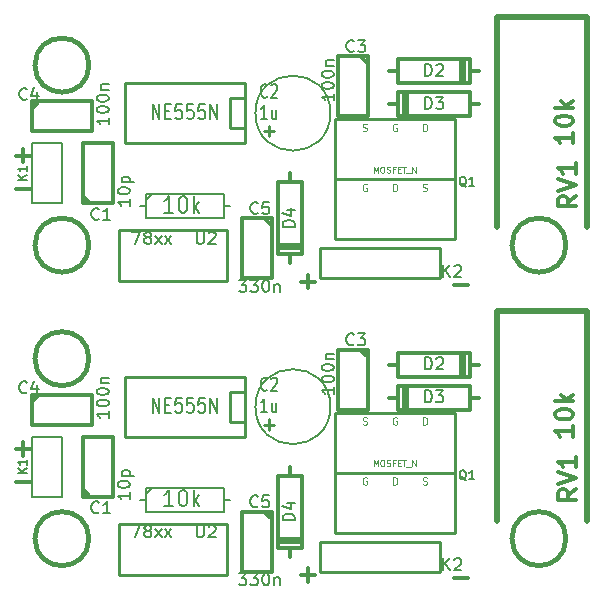
<source format=gto>
G04 (created by PCBNEW (2013-june-11)-stable) date Tue 09 Dec 2014 10:34:20 PM EST*
%MOIN*%
G04 Gerber Fmt 3.4, Leading zero omitted, Abs format*
%FSLAX34Y34*%
G01*
G70*
G90*
G04 APERTURE LIST*
%ADD10C,0.00590551*%
%ADD11C,0.011811*%
%ADD12C,0.01*%
%ADD13C,0.02*%
%ADD14C,0.012*%
%ADD15C,0.008*%
%ADD16C,0.015*%
%ADD17C,0.006*%
%ADD18C,0.005*%
%ADD19C,0.004*%
%ADD20C,0.002*%
%ADD21C,0.01125*%
G04 APERTURE END LIST*
G54D10*
G54D11*
X22775Y-17014D02*
X23224Y-17014D01*
X17675Y-16914D02*
X18124Y-16914D01*
X17900Y-17139D02*
X17900Y-16689D01*
X8175Y-13814D02*
X8624Y-13814D01*
X8175Y-12714D02*
X8624Y-12714D01*
X8400Y-12939D02*
X8400Y-12489D01*
X22775Y-26797D02*
X23224Y-26797D01*
X17675Y-26697D02*
X18124Y-26697D01*
X17900Y-26922D02*
X17900Y-26472D01*
X8175Y-23597D02*
X8624Y-23597D01*
X8175Y-22497D02*
X8624Y-22497D01*
X8400Y-22722D02*
X8400Y-22272D01*
G54D12*
X18800Y-13500D02*
X18800Y-15500D01*
X18800Y-15500D02*
X22800Y-15500D01*
X22800Y-15500D02*
X22800Y-13500D01*
X22800Y-11500D02*
X22800Y-13500D01*
X22800Y-13500D02*
X18800Y-13500D01*
X18800Y-13500D02*
X18800Y-11500D01*
X18800Y-11500D02*
X22800Y-11500D01*
X22300Y-16800D02*
X18300Y-16800D01*
X22300Y-15800D02*
X18300Y-15800D01*
X18300Y-15800D02*
X18300Y-16800D01*
X22300Y-16800D02*
X22300Y-15800D01*
G54D13*
X27200Y-8100D02*
X27200Y-15100D01*
X24200Y-8100D02*
X24200Y-15100D01*
X24200Y-8100D02*
X27200Y-8100D01*
G54D12*
X11600Y-15200D02*
X15200Y-15200D01*
X15200Y-15200D02*
X15200Y-16900D01*
X15200Y-16900D02*
X11600Y-16900D01*
X11600Y-16900D02*
X11600Y-15200D01*
X15800Y-11800D02*
X15300Y-11800D01*
X15300Y-11800D02*
X15300Y-10800D01*
X15300Y-10800D02*
X15800Y-10800D01*
X15800Y-12300D02*
X11800Y-12300D01*
X11800Y-12300D02*
X11800Y-10300D01*
X11800Y-10300D02*
X15800Y-10300D01*
X15800Y-10300D02*
X15800Y-12300D01*
G54D14*
X23600Y-9900D02*
X23300Y-9900D01*
X23300Y-9900D02*
X23300Y-9500D01*
X23300Y-9500D02*
X20900Y-9500D01*
X20900Y-9500D02*
X20900Y-9900D01*
X20900Y-9900D02*
X20600Y-9900D01*
X20900Y-9900D02*
X20900Y-10300D01*
X20900Y-10300D02*
X23300Y-10300D01*
X23300Y-10300D02*
X23300Y-9900D01*
X23100Y-9500D02*
X23100Y-10300D01*
X23000Y-10300D02*
X23000Y-9500D01*
X20600Y-11000D02*
X20900Y-11000D01*
X20900Y-11000D02*
X20900Y-11400D01*
X20900Y-11400D02*
X23300Y-11400D01*
X23300Y-11400D02*
X23300Y-11000D01*
X23300Y-11000D02*
X23600Y-11000D01*
X23300Y-11000D02*
X23300Y-10600D01*
X23300Y-10600D02*
X20900Y-10600D01*
X20900Y-10600D02*
X20900Y-11000D01*
X21100Y-11400D02*
X21100Y-10600D01*
X21200Y-10600D02*
X21200Y-11400D01*
X10400Y-14280D02*
X10400Y-12300D01*
X10400Y-12300D02*
X11400Y-12300D01*
X11400Y-12300D02*
X11400Y-14300D01*
X11400Y-14300D02*
X10400Y-14300D01*
X10650Y-14300D02*
X10400Y-14050D01*
X19900Y-9420D02*
X19900Y-11400D01*
X19900Y-11400D02*
X18900Y-11400D01*
X18900Y-11400D02*
X18900Y-9400D01*
X18900Y-9400D02*
X19900Y-9400D01*
X19650Y-9400D02*
X19900Y-9650D01*
G54D15*
X12300Y-14400D02*
X12500Y-14400D01*
X15300Y-14400D02*
X15100Y-14400D01*
X15100Y-14400D02*
X15100Y-14000D01*
X15100Y-14000D02*
X12500Y-14000D01*
X12500Y-14000D02*
X12500Y-14800D01*
X12500Y-14800D02*
X15100Y-14800D01*
X15100Y-14800D02*
X15100Y-14400D01*
X12500Y-14200D02*
X12700Y-14000D01*
G54D14*
X17300Y-16300D02*
X17300Y-16000D01*
X17300Y-16000D02*
X17700Y-16000D01*
X17700Y-16000D02*
X17700Y-13600D01*
X17700Y-13600D02*
X17300Y-13600D01*
X17300Y-13600D02*
X17300Y-13300D01*
X17300Y-13600D02*
X16900Y-13600D01*
X16900Y-13600D02*
X16900Y-16000D01*
X16900Y-16000D02*
X17300Y-16000D01*
X17700Y-15800D02*
X16900Y-15800D01*
X16900Y-15700D02*
X17700Y-15700D01*
X8720Y-10900D02*
X10700Y-10900D01*
X10700Y-10900D02*
X10700Y-11900D01*
X10700Y-11900D02*
X8700Y-11900D01*
X8700Y-11900D02*
X8700Y-10900D01*
X8700Y-11150D02*
X8950Y-10900D01*
G54D16*
X10600Y-9700D02*
G75*
G03X10600Y-9700I-900J0D01*
G74*
G01*
G54D17*
X8700Y-12300D02*
X9700Y-12300D01*
X9700Y-12300D02*
X9700Y-14300D01*
X9700Y-14300D02*
X8700Y-14300D01*
X8700Y-14300D02*
X8700Y-12300D01*
G54D16*
X26500Y-15700D02*
G75*
G03X26500Y-15700I-900J0D01*
G74*
G01*
X10600Y-15700D02*
G75*
G03X10600Y-15700I-900J0D01*
G74*
G01*
G54D18*
X18650Y-11300D02*
G75*
G03X18650Y-11300I-1250J0D01*
G74*
G01*
G54D14*
X16700Y-14820D02*
X16700Y-16800D01*
X16700Y-16800D02*
X15700Y-16800D01*
X15700Y-16800D02*
X15700Y-14800D01*
X15700Y-14800D02*
X16700Y-14800D01*
X16450Y-14800D02*
X16700Y-15050D01*
G54D12*
X18800Y-23283D02*
X18800Y-25283D01*
X18800Y-25283D02*
X22800Y-25283D01*
X22800Y-25283D02*
X22800Y-23283D01*
X22800Y-21283D02*
X22800Y-23283D01*
X22800Y-23283D02*
X18800Y-23283D01*
X18800Y-23283D02*
X18800Y-21283D01*
X18800Y-21283D02*
X22800Y-21283D01*
X22300Y-26583D02*
X18300Y-26583D01*
X22300Y-25583D02*
X18300Y-25583D01*
X18300Y-25583D02*
X18300Y-26583D01*
X22300Y-26583D02*
X22300Y-25583D01*
G54D13*
X27200Y-17883D02*
X27200Y-24883D01*
X24200Y-17883D02*
X24200Y-24883D01*
X24200Y-17883D02*
X27200Y-17883D01*
G54D12*
X11600Y-24983D02*
X15200Y-24983D01*
X15200Y-24983D02*
X15200Y-26683D01*
X15200Y-26683D02*
X11600Y-26683D01*
X11600Y-26683D02*
X11600Y-24983D01*
X15800Y-21583D02*
X15300Y-21583D01*
X15300Y-21583D02*
X15300Y-20583D01*
X15300Y-20583D02*
X15800Y-20583D01*
X15800Y-22083D02*
X11800Y-22083D01*
X11800Y-22083D02*
X11800Y-20083D01*
X11800Y-20083D02*
X15800Y-20083D01*
X15800Y-20083D02*
X15800Y-22083D01*
G54D14*
X23600Y-19683D02*
X23300Y-19683D01*
X23300Y-19683D02*
X23300Y-19283D01*
X23300Y-19283D02*
X20900Y-19283D01*
X20900Y-19283D02*
X20900Y-19683D01*
X20900Y-19683D02*
X20600Y-19683D01*
X20900Y-19683D02*
X20900Y-20083D01*
X20900Y-20083D02*
X23300Y-20083D01*
X23300Y-20083D02*
X23300Y-19683D01*
X23100Y-19283D02*
X23100Y-20083D01*
X23000Y-20083D02*
X23000Y-19283D01*
X20600Y-20783D02*
X20900Y-20783D01*
X20900Y-20783D02*
X20900Y-21183D01*
X20900Y-21183D02*
X23300Y-21183D01*
X23300Y-21183D02*
X23300Y-20783D01*
X23300Y-20783D02*
X23600Y-20783D01*
X23300Y-20783D02*
X23300Y-20383D01*
X23300Y-20383D02*
X20900Y-20383D01*
X20900Y-20383D02*
X20900Y-20783D01*
X21100Y-21183D02*
X21100Y-20383D01*
X21200Y-20383D02*
X21200Y-21183D01*
X10400Y-24063D02*
X10400Y-22083D01*
X10400Y-22083D02*
X11400Y-22083D01*
X11400Y-22083D02*
X11400Y-24083D01*
X11400Y-24083D02*
X10400Y-24083D01*
X10650Y-24083D02*
X10400Y-23833D01*
X19900Y-19203D02*
X19900Y-21183D01*
X19900Y-21183D02*
X18900Y-21183D01*
X18900Y-21183D02*
X18900Y-19183D01*
X18900Y-19183D02*
X19900Y-19183D01*
X19650Y-19183D02*
X19900Y-19433D01*
G54D15*
X12300Y-24183D02*
X12500Y-24183D01*
X15300Y-24183D02*
X15100Y-24183D01*
X15100Y-24183D02*
X15100Y-23783D01*
X15100Y-23783D02*
X12500Y-23783D01*
X12500Y-23783D02*
X12500Y-24583D01*
X12500Y-24583D02*
X15100Y-24583D01*
X15100Y-24583D02*
X15100Y-24183D01*
X12500Y-23983D02*
X12700Y-23783D01*
G54D14*
X17300Y-26083D02*
X17300Y-25783D01*
X17300Y-25783D02*
X17700Y-25783D01*
X17700Y-25783D02*
X17700Y-23383D01*
X17700Y-23383D02*
X17300Y-23383D01*
X17300Y-23383D02*
X17300Y-23083D01*
X17300Y-23383D02*
X16900Y-23383D01*
X16900Y-23383D02*
X16900Y-25783D01*
X16900Y-25783D02*
X17300Y-25783D01*
X17700Y-25583D02*
X16900Y-25583D01*
X16900Y-25483D02*
X17700Y-25483D01*
X8720Y-20683D02*
X10700Y-20683D01*
X10700Y-20683D02*
X10700Y-21683D01*
X10700Y-21683D02*
X8700Y-21683D01*
X8700Y-21683D02*
X8700Y-20683D01*
X8700Y-20933D02*
X8950Y-20683D01*
G54D16*
X10600Y-19483D02*
G75*
G03X10600Y-19483I-900J0D01*
G74*
G01*
G54D17*
X8700Y-22083D02*
X9700Y-22083D01*
X9700Y-22083D02*
X9700Y-24083D01*
X9700Y-24083D02*
X8700Y-24083D01*
X8700Y-24083D02*
X8700Y-22083D01*
G54D16*
X26500Y-25483D02*
G75*
G03X26500Y-25483I-900J0D01*
G74*
G01*
X10600Y-25483D02*
G75*
G03X10600Y-25483I-900J0D01*
G74*
G01*
G54D18*
X18650Y-21083D02*
G75*
G03X18650Y-21083I-1250J0D01*
G74*
G01*
G54D14*
X16700Y-24603D02*
X16700Y-26583D01*
X16700Y-26583D02*
X15700Y-26583D01*
X15700Y-26583D02*
X15700Y-24583D01*
X15700Y-24583D02*
X16700Y-24583D01*
X16450Y-24583D02*
X16700Y-24833D01*
G54D17*
X23171Y-13750D02*
X23142Y-13735D01*
X23114Y-13707D01*
X23071Y-13664D01*
X23042Y-13650D01*
X23014Y-13650D01*
X23028Y-13721D02*
X23000Y-13707D01*
X22971Y-13678D01*
X22957Y-13621D01*
X22957Y-13521D01*
X22971Y-13464D01*
X23000Y-13435D01*
X23028Y-13421D01*
X23085Y-13421D01*
X23114Y-13435D01*
X23142Y-13464D01*
X23157Y-13521D01*
X23157Y-13621D01*
X23142Y-13678D01*
X23114Y-13707D01*
X23085Y-13721D01*
X23028Y-13721D01*
X23442Y-13721D02*
X23271Y-13721D01*
X23357Y-13721D02*
X23357Y-13421D01*
X23328Y-13464D01*
X23300Y-13492D01*
X23271Y-13507D01*
G54D19*
X20100Y-13280D02*
X20100Y-13080D01*
X20166Y-13223D01*
X20233Y-13080D01*
X20233Y-13280D01*
X20366Y-13080D02*
X20404Y-13080D01*
X20423Y-13090D01*
X20442Y-13109D01*
X20452Y-13147D01*
X20452Y-13214D01*
X20442Y-13252D01*
X20423Y-13271D01*
X20404Y-13280D01*
X20366Y-13280D01*
X20347Y-13271D01*
X20328Y-13252D01*
X20319Y-13214D01*
X20319Y-13147D01*
X20328Y-13109D01*
X20347Y-13090D01*
X20366Y-13080D01*
X20528Y-13271D02*
X20557Y-13280D01*
X20604Y-13280D01*
X20623Y-13271D01*
X20633Y-13261D01*
X20642Y-13242D01*
X20642Y-13223D01*
X20633Y-13204D01*
X20623Y-13195D01*
X20604Y-13185D01*
X20566Y-13176D01*
X20547Y-13166D01*
X20538Y-13157D01*
X20528Y-13138D01*
X20528Y-13119D01*
X20538Y-13100D01*
X20547Y-13090D01*
X20566Y-13080D01*
X20614Y-13080D01*
X20642Y-13090D01*
X20795Y-13176D02*
X20728Y-13176D01*
X20728Y-13280D02*
X20728Y-13080D01*
X20823Y-13080D01*
X20900Y-13176D02*
X20966Y-13176D01*
X20995Y-13280D02*
X20900Y-13280D01*
X20900Y-13080D01*
X20995Y-13080D01*
X21052Y-13080D02*
X21166Y-13080D01*
X21109Y-13280D02*
X21109Y-13080D01*
X21185Y-13300D02*
X21338Y-13300D01*
X21385Y-13280D02*
X21385Y-13080D01*
X21500Y-13280D01*
X21500Y-13080D01*
G54D20*
X19865Y-13663D02*
X19841Y-13651D01*
X19805Y-13651D01*
X19770Y-13663D01*
X19746Y-13686D01*
X19734Y-13710D01*
X19722Y-13758D01*
X19722Y-13794D01*
X19734Y-13841D01*
X19746Y-13865D01*
X19770Y-13889D01*
X19805Y-13901D01*
X19829Y-13901D01*
X19865Y-13889D01*
X19877Y-13877D01*
X19877Y-13794D01*
X19829Y-13794D01*
X20734Y-13901D02*
X20734Y-13651D01*
X20794Y-13651D01*
X20829Y-13663D01*
X20853Y-13686D01*
X20865Y-13710D01*
X20877Y-13758D01*
X20877Y-13794D01*
X20865Y-13841D01*
X20853Y-13865D01*
X20829Y-13889D01*
X20794Y-13901D01*
X20734Y-13901D01*
X21728Y-13889D02*
X21764Y-13901D01*
X21823Y-13901D01*
X21847Y-13889D01*
X21859Y-13877D01*
X21871Y-13853D01*
X21871Y-13829D01*
X21859Y-13805D01*
X21847Y-13794D01*
X21823Y-13782D01*
X21776Y-13770D01*
X21752Y-13758D01*
X21740Y-13746D01*
X21728Y-13722D01*
X21728Y-13698D01*
X21740Y-13675D01*
X21752Y-13663D01*
X21776Y-13651D01*
X21835Y-13651D01*
X21871Y-13663D01*
X19728Y-11889D02*
X19764Y-11901D01*
X19823Y-11901D01*
X19847Y-11889D01*
X19859Y-11877D01*
X19871Y-11853D01*
X19871Y-11829D01*
X19859Y-11805D01*
X19847Y-11794D01*
X19823Y-11782D01*
X19776Y-11770D01*
X19752Y-11758D01*
X19740Y-11746D01*
X19728Y-11722D01*
X19728Y-11698D01*
X19740Y-11675D01*
X19752Y-11663D01*
X19776Y-11651D01*
X19835Y-11651D01*
X19871Y-11663D01*
X21734Y-11901D02*
X21734Y-11651D01*
X21794Y-11651D01*
X21829Y-11663D01*
X21853Y-11686D01*
X21865Y-11710D01*
X21877Y-11758D01*
X21877Y-11794D01*
X21865Y-11841D01*
X21853Y-11865D01*
X21829Y-11889D01*
X21794Y-11901D01*
X21734Y-11901D01*
X20865Y-11663D02*
X20841Y-11651D01*
X20805Y-11651D01*
X20770Y-11663D01*
X20746Y-11686D01*
X20734Y-11710D01*
X20722Y-11758D01*
X20722Y-11794D01*
X20734Y-11841D01*
X20746Y-11865D01*
X20770Y-11889D01*
X20805Y-11901D01*
X20829Y-11901D01*
X20865Y-11889D01*
X20877Y-11877D01*
X20877Y-11794D01*
X20829Y-11794D01*
G54D15*
X22404Y-16761D02*
X22404Y-16361D01*
X22633Y-16761D02*
X22461Y-16533D01*
X22633Y-16361D02*
X22404Y-16590D01*
X22785Y-16400D02*
X22804Y-16380D01*
X22842Y-16361D01*
X22938Y-16361D01*
X22976Y-16380D01*
X22995Y-16400D01*
X23014Y-16438D01*
X23014Y-16476D01*
X22995Y-16533D01*
X22766Y-16761D01*
X23014Y-16761D01*
G54D14*
X26842Y-14057D02*
X26557Y-14257D01*
X26842Y-14400D02*
X26242Y-14400D01*
X26242Y-14171D01*
X26271Y-14114D01*
X26300Y-14085D01*
X26357Y-14057D01*
X26442Y-14057D01*
X26500Y-14085D01*
X26528Y-14114D01*
X26557Y-14171D01*
X26557Y-14400D01*
X26242Y-13885D02*
X26842Y-13685D01*
X26242Y-13485D01*
X26842Y-12971D02*
X26842Y-13314D01*
X26842Y-13142D02*
X26242Y-13142D01*
X26328Y-13200D01*
X26385Y-13257D01*
X26414Y-13314D01*
X26742Y-11957D02*
X26742Y-12300D01*
X26742Y-12128D02*
X26142Y-12128D01*
X26228Y-12185D01*
X26285Y-12242D01*
X26314Y-12300D01*
X26142Y-11585D02*
X26142Y-11528D01*
X26171Y-11471D01*
X26200Y-11442D01*
X26257Y-11414D01*
X26371Y-11385D01*
X26514Y-11385D01*
X26628Y-11414D01*
X26685Y-11442D01*
X26714Y-11471D01*
X26742Y-11528D01*
X26742Y-11585D01*
X26714Y-11642D01*
X26685Y-11671D01*
X26628Y-11700D01*
X26514Y-11728D01*
X26371Y-11728D01*
X26257Y-11700D01*
X26200Y-11671D01*
X26171Y-11642D01*
X26142Y-11585D01*
X26742Y-11128D02*
X26142Y-11128D01*
X26514Y-11071D02*
X26742Y-10899D01*
X26342Y-10899D02*
X26571Y-11128D01*
G54D15*
X14195Y-15261D02*
X14195Y-15585D01*
X14214Y-15623D01*
X14233Y-15642D01*
X14271Y-15661D01*
X14347Y-15661D01*
X14385Y-15642D01*
X14404Y-15623D01*
X14423Y-15585D01*
X14423Y-15261D01*
X14595Y-15300D02*
X14614Y-15280D01*
X14652Y-15261D01*
X14747Y-15261D01*
X14785Y-15280D01*
X14804Y-15300D01*
X14823Y-15338D01*
X14823Y-15376D01*
X14804Y-15433D01*
X14576Y-15661D01*
X14823Y-15661D01*
X12052Y-15261D02*
X12319Y-15261D01*
X12147Y-15661D01*
X12528Y-15433D02*
X12490Y-15414D01*
X12471Y-15395D01*
X12452Y-15357D01*
X12452Y-15338D01*
X12471Y-15300D01*
X12490Y-15280D01*
X12528Y-15261D01*
X12604Y-15261D01*
X12642Y-15280D01*
X12661Y-15300D01*
X12680Y-15338D01*
X12680Y-15357D01*
X12661Y-15395D01*
X12642Y-15414D01*
X12604Y-15433D01*
X12528Y-15433D01*
X12490Y-15452D01*
X12471Y-15471D01*
X12452Y-15509D01*
X12452Y-15585D01*
X12471Y-15623D01*
X12490Y-15642D01*
X12528Y-15661D01*
X12604Y-15661D01*
X12642Y-15642D01*
X12661Y-15623D01*
X12680Y-15585D01*
X12680Y-15509D01*
X12661Y-15471D01*
X12642Y-15452D01*
X12604Y-15433D01*
X12814Y-15661D02*
X13023Y-15395D01*
X12814Y-15395D02*
X13023Y-15661D01*
X13138Y-15661D02*
X13347Y-15395D01*
X13138Y-15395D02*
X13347Y-15661D01*
X12723Y-11502D02*
X12723Y-11002D01*
X12952Y-11502D01*
X12952Y-11002D01*
X13142Y-11240D02*
X13276Y-11240D01*
X13333Y-11502D02*
X13142Y-11502D01*
X13142Y-11002D01*
X13333Y-11002D01*
X13695Y-11002D02*
X13504Y-11002D01*
X13485Y-11240D01*
X13504Y-11216D01*
X13542Y-11192D01*
X13638Y-11192D01*
X13676Y-11216D01*
X13695Y-11240D01*
X13714Y-11288D01*
X13714Y-11407D01*
X13695Y-11454D01*
X13676Y-11478D01*
X13638Y-11502D01*
X13542Y-11502D01*
X13504Y-11478D01*
X13485Y-11454D01*
X14076Y-11002D02*
X13885Y-11002D01*
X13866Y-11240D01*
X13885Y-11216D01*
X13923Y-11192D01*
X14019Y-11192D01*
X14057Y-11216D01*
X14076Y-11240D01*
X14095Y-11288D01*
X14095Y-11407D01*
X14076Y-11454D01*
X14057Y-11478D01*
X14019Y-11502D01*
X13923Y-11502D01*
X13885Y-11478D01*
X13866Y-11454D01*
X14457Y-11002D02*
X14266Y-11002D01*
X14247Y-11240D01*
X14266Y-11216D01*
X14304Y-11192D01*
X14400Y-11192D01*
X14438Y-11216D01*
X14457Y-11240D01*
X14476Y-11288D01*
X14476Y-11407D01*
X14457Y-11454D01*
X14438Y-11478D01*
X14400Y-11502D01*
X14304Y-11502D01*
X14266Y-11478D01*
X14247Y-11454D01*
X14647Y-11502D02*
X14647Y-11002D01*
X14876Y-11502D01*
X14876Y-11002D01*
X21804Y-10061D02*
X21804Y-9661D01*
X21900Y-9661D01*
X21957Y-9680D01*
X21995Y-9719D01*
X22014Y-9757D01*
X22033Y-9833D01*
X22033Y-9890D01*
X22014Y-9966D01*
X21995Y-10004D01*
X21957Y-10042D01*
X21900Y-10061D01*
X21804Y-10061D01*
X22185Y-9700D02*
X22204Y-9680D01*
X22242Y-9661D01*
X22338Y-9661D01*
X22376Y-9680D01*
X22395Y-9700D01*
X22414Y-9738D01*
X22414Y-9776D01*
X22395Y-9833D01*
X22166Y-10061D01*
X22414Y-10061D01*
X21804Y-11161D02*
X21804Y-10761D01*
X21900Y-10761D01*
X21957Y-10780D01*
X21995Y-10819D01*
X22014Y-10857D01*
X22033Y-10933D01*
X22033Y-10990D01*
X22014Y-11066D01*
X21995Y-11104D01*
X21957Y-11142D01*
X21900Y-11161D01*
X21804Y-11161D01*
X22166Y-10761D02*
X22414Y-10761D01*
X22280Y-10914D01*
X22338Y-10914D01*
X22376Y-10933D01*
X22395Y-10952D01*
X22414Y-10990D01*
X22414Y-11085D01*
X22395Y-11123D01*
X22376Y-11142D01*
X22338Y-11161D01*
X22223Y-11161D01*
X22185Y-11142D01*
X22166Y-11123D01*
X10933Y-14823D02*
X10914Y-14842D01*
X10857Y-14861D01*
X10819Y-14861D01*
X10761Y-14842D01*
X10723Y-14804D01*
X10704Y-14766D01*
X10685Y-14690D01*
X10685Y-14633D01*
X10704Y-14557D01*
X10723Y-14519D01*
X10761Y-14480D01*
X10819Y-14461D01*
X10857Y-14461D01*
X10914Y-14480D01*
X10933Y-14500D01*
X11314Y-14861D02*
X11085Y-14861D01*
X11200Y-14861D02*
X11200Y-14461D01*
X11161Y-14519D01*
X11123Y-14557D01*
X11085Y-14576D01*
X11961Y-14157D02*
X11961Y-14385D01*
X11961Y-14271D02*
X11561Y-14271D01*
X11619Y-14309D01*
X11657Y-14347D01*
X11676Y-14385D01*
X11561Y-13909D02*
X11561Y-13871D01*
X11580Y-13833D01*
X11600Y-13814D01*
X11638Y-13795D01*
X11714Y-13776D01*
X11809Y-13776D01*
X11885Y-13795D01*
X11923Y-13814D01*
X11942Y-13833D01*
X11961Y-13871D01*
X11961Y-13909D01*
X11942Y-13947D01*
X11923Y-13966D01*
X11885Y-13985D01*
X11809Y-14004D01*
X11714Y-14004D01*
X11638Y-13985D01*
X11600Y-13966D01*
X11580Y-13947D01*
X11561Y-13909D01*
X11695Y-13604D02*
X12095Y-13604D01*
X11714Y-13604D02*
X11695Y-13566D01*
X11695Y-13490D01*
X11714Y-13452D01*
X11733Y-13433D01*
X11771Y-13414D01*
X11885Y-13414D01*
X11923Y-13433D01*
X11942Y-13452D01*
X11961Y-13490D01*
X11961Y-13566D01*
X11942Y-13604D01*
X19433Y-9223D02*
X19414Y-9242D01*
X19357Y-9261D01*
X19319Y-9261D01*
X19261Y-9242D01*
X19223Y-9204D01*
X19204Y-9166D01*
X19185Y-9090D01*
X19185Y-9033D01*
X19204Y-8957D01*
X19223Y-8919D01*
X19261Y-8880D01*
X19319Y-8861D01*
X19357Y-8861D01*
X19414Y-8880D01*
X19433Y-8900D01*
X19566Y-8861D02*
X19814Y-8861D01*
X19680Y-9014D01*
X19738Y-9014D01*
X19776Y-9033D01*
X19795Y-9052D01*
X19814Y-9090D01*
X19814Y-9185D01*
X19795Y-9223D01*
X19776Y-9242D01*
X19738Y-9261D01*
X19623Y-9261D01*
X19585Y-9242D01*
X19566Y-9223D01*
X18761Y-10647D02*
X18761Y-10876D01*
X18761Y-10761D02*
X18361Y-10761D01*
X18419Y-10799D01*
X18457Y-10838D01*
X18476Y-10876D01*
X18361Y-10399D02*
X18361Y-10361D01*
X18380Y-10323D01*
X18400Y-10304D01*
X18438Y-10285D01*
X18514Y-10266D01*
X18609Y-10266D01*
X18685Y-10285D01*
X18723Y-10304D01*
X18742Y-10323D01*
X18761Y-10361D01*
X18761Y-10399D01*
X18742Y-10438D01*
X18723Y-10457D01*
X18685Y-10476D01*
X18609Y-10495D01*
X18514Y-10495D01*
X18438Y-10476D01*
X18400Y-10457D01*
X18380Y-10438D01*
X18361Y-10399D01*
X18361Y-10019D02*
X18361Y-9980D01*
X18380Y-9942D01*
X18400Y-9923D01*
X18438Y-9904D01*
X18514Y-9885D01*
X18609Y-9885D01*
X18685Y-9904D01*
X18723Y-9923D01*
X18742Y-9942D01*
X18761Y-9980D01*
X18761Y-10019D01*
X18742Y-10057D01*
X18723Y-10076D01*
X18685Y-10095D01*
X18609Y-10114D01*
X18514Y-10114D01*
X18438Y-10095D01*
X18400Y-10076D01*
X18380Y-10057D01*
X18361Y-10019D01*
X18495Y-9714D02*
X18761Y-9714D01*
X18533Y-9714D02*
X18514Y-9695D01*
X18495Y-9657D01*
X18495Y-9600D01*
X18514Y-9561D01*
X18552Y-9542D01*
X18761Y-9542D01*
X13402Y-14622D02*
X13116Y-14622D01*
X13259Y-14622D02*
X13259Y-14072D01*
X13211Y-14151D01*
X13164Y-14203D01*
X13116Y-14229D01*
X13711Y-14072D02*
X13759Y-14072D01*
X13807Y-14098D01*
X13830Y-14125D01*
X13854Y-14177D01*
X13878Y-14282D01*
X13878Y-14413D01*
X13854Y-14517D01*
X13830Y-14570D01*
X13807Y-14596D01*
X13759Y-14622D01*
X13711Y-14622D01*
X13664Y-14596D01*
X13640Y-14570D01*
X13616Y-14517D01*
X13592Y-14413D01*
X13592Y-14282D01*
X13616Y-14177D01*
X13640Y-14125D01*
X13664Y-14098D01*
X13711Y-14072D01*
X14092Y-14622D02*
X14092Y-14072D01*
X14140Y-14413D02*
X14283Y-14622D01*
X14283Y-14255D02*
X14092Y-14465D01*
X17461Y-15095D02*
X17061Y-15095D01*
X17061Y-14999D01*
X17080Y-14942D01*
X17119Y-14904D01*
X17157Y-14885D01*
X17233Y-14866D01*
X17290Y-14866D01*
X17366Y-14885D01*
X17404Y-14904D01*
X17442Y-14942D01*
X17461Y-14999D01*
X17461Y-15095D01*
X17195Y-14523D02*
X17461Y-14523D01*
X17042Y-14619D02*
X17328Y-14714D01*
X17328Y-14466D01*
X8533Y-10823D02*
X8514Y-10842D01*
X8457Y-10861D01*
X8419Y-10861D01*
X8361Y-10842D01*
X8323Y-10804D01*
X8304Y-10766D01*
X8285Y-10690D01*
X8285Y-10633D01*
X8304Y-10557D01*
X8323Y-10519D01*
X8361Y-10480D01*
X8419Y-10461D01*
X8457Y-10461D01*
X8514Y-10480D01*
X8533Y-10500D01*
X8876Y-10595D02*
X8876Y-10861D01*
X8780Y-10442D02*
X8685Y-10728D01*
X8933Y-10728D01*
X11261Y-11447D02*
X11261Y-11676D01*
X11261Y-11561D02*
X10861Y-11561D01*
X10919Y-11599D01*
X10957Y-11638D01*
X10976Y-11676D01*
X10861Y-11199D02*
X10861Y-11161D01*
X10880Y-11123D01*
X10900Y-11104D01*
X10938Y-11085D01*
X11014Y-11066D01*
X11109Y-11066D01*
X11185Y-11085D01*
X11223Y-11104D01*
X11242Y-11123D01*
X11261Y-11161D01*
X11261Y-11199D01*
X11242Y-11238D01*
X11223Y-11257D01*
X11185Y-11276D01*
X11109Y-11295D01*
X11014Y-11295D01*
X10938Y-11276D01*
X10900Y-11257D01*
X10880Y-11238D01*
X10861Y-11199D01*
X10861Y-10819D02*
X10861Y-10780D01*
X10880Y-10742D01*
X10900Y-10723D01*
X10938Y-10704D01*
X11014Y-10685D01*
X11109Y-10685D01*
X11185Y-10704D01*
X11223Y-10723D01*
X11242Y-10742D01*
X11261Y-10780D01*
X11261Y-10819D01*
X11242Y-10857D01*
X11223Y-10876D01*
X11185Y-10895D01*
X11109Y-10914D01*
X11014Y-10914D01*
X10938Y-10895D01*
X10900Y-10876D01*
X10880Y-10857D01*
X10861Y-10819D01*
X10995Y-10514D02*
X11261Y-10514D01*
X11033Y-10514D02*
X11014Y-10495D01*
X10995Y-10457D01*
X10995Y-10400D01*
X11014Y-10361D01*
X11052Y-10342D01*
X11261Y-10342D01*
G54D17*
X8521Y-13521D02*
X8221Y-13521D01*
X8521Y-13350D02*
X8350Y-13478D01*
X8221Y-13350D02*
X8392Y-13521D01*
X8521Y-13064D02*
X8521Y-13235D01*
X8521Y-13150D02*
X8221Y-13150D01*
X8264Y-13178D01*
X8292Y-13207D01*
X8307Y-13235D01*
G54D15*
X16541Y-10739D02*
X16525Y-10760D01*
X16475Y-10782D01*
X16441Y-10782D01*
X16391Y-10760D01*
X16358Y-10717D01*
X16341Y-10675D01*
X16325Y-10589D01*
X16325Y-10525D01*
X16341Y-10439D01*
X16358Y-10396D01*
X16391Y-10353D01*
X16441Y-10332D01*
X16475Y-10332D01*
X16525Y-10353D01*
X16541Y-10375D01*
X16675Y-10375D02*
X16691Y-10353D01*
X16725Y-10332D01*
X16808Y-10332D01*
X16841Y-10353D01*
X16858Y-10375D01*
X16875Y-10417D01*
X16875Y-10460D01*
X16858Y-10525D01*
X16658Y-10782D01*
X16875Y-10782D01*
X16541Y-11482D02*
X16341Y-11482D01*
X16441Y-11482D02*
X16441Y-11032D01*
X16408Y-11096D01*
X16375Y-11139D01*
X16341Y-11160D01*
X16841Y-11182D02*
X16841Y-11482D01*
X16691Y-11182D02*
X16691Y-11417D01*
X16708Y-11460D01*
X16741Y-11482D01*
X16791Y-11482D01*
X16825Y-11460D01*
X16841Y-11439D01*
G54D21*
X16610Y-12071D02*
X16610Y-11728D01*
X16782Y-11900D02*
X16439Y-11900D01*
G54D14*
G54D15*
X16233Y-14623D02*
X16214Y-14642D01*
X16157Y-14661D01*
X16119Y-14661D01*
X16061Y-14642D01*
X16023Y-14604D01*
X16004Y-14566D01*
X15985Y-14490D01*
X15985Y-14433D01*
X16004Y-14357D01*
X16023Y-14319D01*
X16061Y-14280D01*
X16119Y-14261D01*
X16157Y-14261D01*
X16214Y-14280D01*
X16233Y-14300D01*
X16595Y-14261D02*
X16404Y-14261D01*
X16385Y-14452D01*
X16404Y-14433D01*
X16442Y-14414D01*
X16538Y-14414D01*
X16576Y-14433D01*
X16595Y-14452D01*
X16614Y-14490D01*
X16614Y-14585D01*
X16595Y-14623D01*
X16576Y-14642D01*
X16538Y-14661D01*
X16442Y-14661D01*
X16404Y-14642D01*
X16385Y-14623D01*
X15604Y-16861D02*
X15852Y-16861D01*
X15719Y-17014D01*
X15776Y-17014D01*
X15814Y-17033D01*
X15833Y-17052D01*
X15852Y-17090D01*
X15852Y-17185D01*
X15833Y-17223D01*
X15814Y-17242D01*
X15776Y-17261D01*
X15661Y-17261D01*
X15623Y-17242D01*
X15604Y-17223D01*
X15985Y-16861D02*
X16233Y-16861D01*
X16100Y-17014D01*
X16157Y-17014D01*
X16195Y-17033D01*
X16214Y-17052D01*
X16233Y-17090D01*
X16233Y-17185D01*
X16214Y-17223D01*
X16195Y-17242D01*
X16157Y-17261D01*
X16042Y-17261D01*
X16004Y-17242D01*
X15985Y-17223D01*
X16480Y-16861D02*
X16519Y-16861D01*
X16557Y-16880D01*
X16576Y-16900D01*
X16595Y-16938D01*
X16614Y-17014D01*
X16614Y-17109D01*
X16595Y-17185D01*
X16576Y-17223D01*
X16557Y-17242D01*
X16519Y-17261D01*
X16480Y-17261D01*
X16442Y-17242D01*
X16423Y-17223D01*
X16404Y-17185D01*
X16385Y-17109D01*
X16385Y-17014D01*
X16404Y-16938D01*
X16423Y-16900D01*
X16442Y-16880D01*
X16480Y-16861D01*
X16785Y-16995D02*
X16785Y-17261D01*
X16785Y-17033D02*
X16804Y-17014D01*
X16842Y-16995D01*
X16900Y-16995D01*
X16938Y-17014D01*
X16957Y-17052D01*
X16957Y-17261D01*
G54D17*
X23171Y-23533D02*
X23142Y-23519D01*
X23114Y-23490D01*
X23071Y-23447D01*
X23042Y-23433D01*
X23014Y-23433D01*
X23028Y-23504D02*
X23000Y-23490D01*
X22971Y-23462D01*
X22957Y-23404D01*
X22957Y-23304D01*
X22971Y-23247D01*
X23000Y-23219D01*
X23028Y-23204D01*
X23085Y-23204D01*
X23114Y-23219D01*
X23142Y-23247D01*
X23157Y-23304D01*
X23157Y-23404D01*
X23142Y-23462D01*
X23114Y-23490D01*
X23085Y-23504D01*
X23028Y-23504D01*
X23442Y-23504D02*
X23271Y-23504D01*
X23357Y-23504D02*
X23357Y-23204D01*
X23328Y-23247D01*
X23300Y-23276D01*
X23271Y-23290D01*
G54D19*
X20100Y-23064D02*
X20100Y-22864D01*
X20166Y-23007D01*
X20233Y-22864D01*
X20233Y-23064D01*
X20366Y-22864D02*
X20404Y-22864D01*
X20423Y-22873D01*
X20442Y-22892D01*
X20452Y-22931D01*
X20452Y-22997D01*
X20442Y-23035D01*
X20423Y-23054D01*
X20404Y-23064D01*
X20366Y-23064D01*
X20347Y-23054D01*
X20328Y-23035D01*
X20319Y-22997D01*
X20319Y-22931D01*
X20328Y-22892D01*
X20347Y-22873D01*
X20366Y-22864D01*
X20528Y-23054D02*
X20557Y-23064D01*
X20604Y-23064D01*
X20623Y-23054D01*
X20633Y-23045D01*
X20642Y-23026D01*
X20642Y-23007D01*
X20633Y-22988D01*
X20623Y-22978D01*
X20604Y-22969D01*
X20566Y-22959D01*
X20547Y-22950D01*
X20538Y-22940D01*
X20528Y-22921D01*
X20528Y-22902D01*
X20538Y-22883D01*
X20547Y-22873D01*
X20566Y-22864D01*
X20614Y-22864D01*
X20642Y-22873D01*
X20795Y-22959D02*
X20728Y-22959D01*
X20728Y-23064D02*
X20728Y-22864D01*
X20823Y-22864D01*
X20900Y-22959D02*
X20966Y-22959D01*
X20995Y-23064D02*
X20900Y-23064D01*
X20900Y-22864D01*
X20995Y-22864D01*
X21052Y-22864D02*
X21166Y-22864D01*
X21109Y-23064D02*
X21109Y-22864D01*
X21185Y-23083D02*
X21338Y-23083D01*
X21385Y-23064D02*
X21385Y-22864D01*
X21500Y-23064D01*
X21500Y-22864D01*
G54D20*
X19865Y-23446D02*
X19841Y-23434D01*
X19805Y-23434D01*
X19770Y-23446D01*
X19746Y-23470D01*
X19734Y-23494D01*
X19722Y-23541D01*
X19722Y-23577D01*
X19734Y-23625D01*
X19746Y-23648D01*
X19770Y-23672D01*
X19805Y-23684D01*
X19829Y-23684D01*
X19865Y-23672D01*
X19877Y-23660D01*
X19877Y-23577D01*
X19829Y-23577D01*
X20734Y-23684D02*
X20734Y-23434D01*
X20794Y-23434D01*
X20829Y-23446D01*
X20853Y-23470D01*
X20865Y-23494D01*
X20877Y-23541D01*
X20877Y-23577D01*
X20865Y-23625D01*
X20853Y-23648D01*
X20829Y-23672D01*
X20794Y-23684D01*
X20734Y-23684D01*
X21728Y-23672D02*
X21764Y-23684D01*
X21823Y-23684D01*
X21847Y-23672D01*
X21859Y-23660D01*
X21871Y-23637D01*
X21871Y-23613D01*
X21859Y-23589D01*
X21847Y-23577D01*
X21823Y-23565D01*
X21776Y-23553D01*
X21752Y-23541D01*
X21740Y-23529D01*
X21728Y-23506D01*
X21728Y-23482D01*
X21740Y-23458D01*
X21752Y-23446D01*
X21776Y-23434D01*
X21835Y-23434D01*
X21871Y-23446D01*
X19728Y-21672D02*
X19764Y-21684D01*
X19823Y-21684D01*
X19847Y-21672D01*
X19859Y-21660D01*
X19871Y-21637D01*
X19871Y-21613D01*
X19859Y-21589D01*
X19847Y-21577D01*
X19823Y-21565D01*
X19776Y-21553D01*
X19752Y-21541D01*
X19740Y-21529D01*
X19728Y-21506D01*
X19728Y-21482D01*
X19740Y-21458D01*
X19752Y-21446D01*
X19776Y-21434D01*
X19835Y-21434D01*
X19871Y-21446D01*
X21734Y-21684D02*
X21734Y-21434D01*
X21794Y-21434D01*
X21829Y-21446D01*
X21853Y-21470D01*
X21865Y-21494D01*
X21877Y-21541D01*
X21877Y-21577D01*
X21865Y-21625D01*
X21853Y-21648D01*
X21829Y-21672D01*
X21794Y-21684D01*
X21734Y-21684D01*
X20865Y-21446D02*
X20841Y-21434D01*
X20805Y-21434D01*
X20770Y-21446D01*
X20746Y-21470D01*
X20734Y-21494D01*
X20722Y-21541D01*
X20722Y-21577D01*
X20734Y-21625D01*
X20746Y-21648D01*
X20770Y-21672D01*
X20805Y-21684D01*
X20829Y-21684D01*
X20865Y-21672D01*
X20877Y-21660D01*
X20877Y-21577D01*
X20829Y-21577D01*
G54D15*
X22404Y-26545D02*
X22404Y-26145D01*
X22633Y-26545D02*
X22461Y-26316D01*
X22633Y-26145D02*
X22404Y-26373D01*
X22785Y-26183D02*
X22804Y-26164D01*
X22842Y-26145D01*
X22938Y-26145D01*
X22976Y-26164D01*
X22995Y-26183D01*
X23014Y-26221D01*
X23014Y-26259D01*
X22995Y-26316D01*
X22766Y-26545D01*
X23014Y-26545D01*
G54D14*
X26842Y-23840D02*
X26557Y-24040D01*
X26842Y-24183D02*
X26242Y-24183D01*
X26242Y-23954D01*
X26271Y-23897D01*
X26300Y-23869D01*
X26357Y-23840D01*
X26442Y-23840D01*
X26500Y-23869D01*
X26528Y-23897D01*
X26557Y-23954D01*
X26557Y-24183D01*
X26242Y-23669D02*
X26842Y-23469D01*
X26242Y-23269D01*
X26842Y-22754D02*
X26842Y-23097D01*
X26842Y-22926D02*
X26242Y-22926D01*
X26328Y-22983D01*
X26385Y-23040D01*
X26414Y-23097D01*
X26742Y-21740D02*
X26742Y-22083D01*
X26742Y-21912D02*
X26142Y-21912D01*
X26228Y-21969D01*
X26285Y-22026D01*
X26314Y-22083D01*
X26142Y-21369D02*
X26142Y-21312D01*
X26171Y-21254D01*
X26200Y-21226D01*
X26257Y-21197D01*
X26371Y-21169D01*
X26514Y-21169D01*
X26628Y-21197D01*
X26685Y-21226D01*
X26714Y-21254D01*
X26742Y-21312D01*
X26742Y-21369D01*
X26714Y-21426D01*
X26685Y-21454D01*
X26628Y-21483D01*
X26514Y-21512D01*
X26371Y-21512D01*
X26257Y-21483D01*
X26200Y-21454D01*
X26171Y-21426D01*
X26142Y-21369D01*
X26742Y-20912D02*
X26142Y-20912D01*
X26514Y-20854D02*
X26742Y-20683D01*
X26342Y-20683D02*
X26571Y-20912D01*
G54D15*
X14195Y-25045D02*
X14195Y-25369D01*
X14214Y-25407D01*
X14233Y-25426D01*
X14271Y-25445D01*
X14347Y-25445D01*
X14385Y-25426D01*
X14404Y-25407D01*
X14423Y-25369D01*
X14423Y-25045D01*
X14595Y-25083D02*
X14614Y-25064D01*
X14652Y-25045D01*
X14747Y-25045D01*
X14785Y-25064D01*
X14804Y-25083D01*
X14823Y-25121D01*
X14823Y-25159D01*
X14804Y-25216D01*
X14576Y-25445D01*
X14823Y-25445D01*
X12052Y-25045D02*
X12319Y-25045D01*
X12147Y-25445D01*
X12528Y-25216D02*
X12490Y-25197D01*
X12471Y-25178D01*
X12452Y-25140D01*
X12452Y-25121D01*
X12471Y-25083D01*
X12490Y-25064D01*
X12528Y-25045D01*
X12604Y-25045D01*
X12642Y-25064D01*
X12661Y-25083D01*
X12680Y-25121D01*
X12680Y-25140D01*
X12661Y-25178D01*
X12642Y-25197D01*
X12604Y-25216D01*
X12528Y-25216D01*
X12490Y-25235D01*
X12471Y-25254D01*
X12452Y-25292D01*
X12452Y-25369D01*
X12471Y-25407D01*
X12490Y-25426D01*
X12528Y-25445D01*
X12604Y-25445D01*
X12642Y-25426D01*
X12661Y-25407D01*
X12680Y-25369D01*
X12680Y-25292D01*
X12661Y-25254D01*
X12642Y-25235D01*
X12604Y-25216D01*
X12814Y-25445D02*
X13023Y-25178D01*
X12814Y-25178D02*
X13023Y-25445D01*
X13138Y-25445D02*
X13347Y-25178D01*
X13138Y-25178D02*
X13347Y-25445D01*
X12723Y-21285D02*
X12723Y-20785D01*
X12952Y-21285D01*
X12952Y-20785D01*
X13142Y-21023D02*
X13276Y-21023D01*
X13333Y-21285D02*
X13142Y-21285D01*
X13142Y-20785D01*
X13333Y-20785D01*
X13695Y-20785D02*
X13504Y-20785D01*
X13485Y-21023D01*
X13504Y-21000D01*
X13542Y-20976D01*
X13638Y-20976D01*
X13676Y-21000D01*
X13695Y-21023D01*
X13714Y-21071D01*
X13714Y-21190D01*
X13695Y-21238D01*
X13676Y-21262D01*
X13638Y-21285D01*
X13542Y-21285D01*
X13504Y-21262D01*
X13485Y-21238D01*
X14076Y-20785D02*
X13885Y-20785D01*
X13866Y-21023D01*
X13885Y-21000D01*
X13923Y-20976D01*
X14019Y-20976D01*
X14057Y-21000D01*
X14076Y-21023D01*
X14095Y-21071D01*
X14095Y-21190D01*
X14076Y-21238D01*
X14057Y-21262D01*
X14019Y-21285D01*
X13923Y-21285D01*
X13885Y-21262D01*
X13866Y-21238D01*
X14457Y-20785D02*
X14266Y-20785D01*
X14247Y-21023D01*
X14266Y-21000D01*
X14304Y-20976D01*
X14400Y-20976D01*
X14438Y-21000D01*
X14457Y-21023D01*
X14476Y-21071D01*
X14476Y-21190D01*
X14457Y-21238D01*
X14438Y-21262D01*
X14400Y-21285D01*
X14304Y-21285D01*
X14266Y-21262D01*
X14247Y-21238D01*
X14647Y-21285D02*
X14647Y-20785D01*
X14876Y-21285D01*
X14876Y-20785D01*
X21804Y-19845D02*
X21804Y-19445D01*
X21900Y-19445D01*
X21957Y-19464D01*
X21995Y-19502D01*
X22014Y-19540D01*
X22033Y-19616D01*
X22033Y-19673D01*
X22014Y-19750D01*
X21995Y-19788D01*
X21957Y-19826D01*
X21900Y-19845D01*
X21804Y-19845D01*
X22185Y-19483D02*
X22204Y-19464D01*
X22242Y-19445D01*
X22338Y-19445D01*
X22376Y-19464D01*
X22395Y-19483D01*
X22414Y-19521D01*
X22414Y-19559D01*
X22395Y-19616D01*
X22166Y-19845D01*
X22414Y-19845D01*
X21804Y-20945D02*
X21804Y-20545D01*
X21900Y-20545D01*
X21957Y-20564D01*
X21995Y-20602D01*
X22014Y-20640D01*
X22033Y-20716D01*
X22033Y-20773D01*
X22014Y-20850D01*
X21995Y-20888D01*
X21957Y-20926D01*
X21900Y-20945D01*
X21804Y-20945D01*
X22166Y-20545D02*
X22414Y-20545D01*
X22280Y-20697D01*
X22338Y-20697D01*
X22376Y-20716D01*
X22395Y-20735D01*
X22414Y-20773D01*
X22414Y-20869D01*
X22395Y-20907D01*
X22376Y-20926D01*
X22338Y-20945D01*
X22223Y-20945D01*
X22185Y-20926D01*
X22166Y-20907D01*
X10933Y-24607D02*
X10914Y-24626D01*
X10857Y-24645D01*
X10819Y-24645D01*
X10761Y-24626D01*
X10723Y-24588D01*
X10704Y-24550D01*
X10685Y-24473D01*
X10685Y-24416D01*
X10704Y-24340D01*
X10723Y-24302D01*
X10761Y-24264D01*
X10819Y-24245D01*
X10857Y-24245D01*
X10914Y-24264D01*
X10933Y-24283D01*
X11314Y-24645D02*
X11085Y-24645D01*
X11200Y-24645D02*
X11200Y-24245D01*
X11161Y-24302D01*
X11123Y-24340D01*
X11085Y-24359D01*
X11961Y-23940D02*
X11961Y-24169D01*
X11961Y-24054D02*
X11561Y-24054D01*
X11619Y-24092D01*
X11657Y-24131D01*
X11676Y-24169D01*
X11561Y-23692D02*
X11561Y-23654D01*
X11580Y-23616D01*
X11600Y-23597D01*
X11638Y-23578D01*
X11714Y-23559D01*
X11809Y-23559D01*
X11885Y-23578D01*
X11923Y-23597D01*
X11942Y-23616D01*
X11961Y-23654D01*
X11961Y-23692D01*
X11942Y-23731D01*
X11923Y-23750D01*
X11885Y-23769D01*
X11809Y-23788D01*
X11714Y-23788D01*
X11638Y-23769D01*
X11600Y-23750D01*
X11580Y-23731D01*
X11561Y-23692D01*
X11695Y-23388D02*
X12095Y-23388D01*
X11714Y-23388D02*
X11695Y-23350D01*
X11695Y-23273D01*
X11714Y-23235D01*
X11733Y-23216D01*
X11771Y-23197D01*
X11885Y-23197D01*
X11923Y-23216D01*
X11942Y-23235D01*
X11961Y-23273D01*
X11961Y-23350D01*
X11942Y-23388D01*
X19433Y-19007D02*
X19414Y-19026D01*
X19357Y-19045D01*
X19319Y-19045D01*
X19261Y-19026D01*
X19223Y-18988D01*
X19204Y-18950D01*
X19185Y-18873D01*
X19185Y-18816D01*
X19204Y-18740D01*
X19223Y-18702D01*
X19261Y-18664D01*
X19319Y-18645D01*
X19357Y-18645D01*
X19414Y-18664D01*
X19433Y-18683D01*
X19566Y-18645D02*
X19814Y-18645D01*
X19680Y-18797D01*
X19738Y-18797D01*
X19776Y-18816D01*
X19795Y-18835D01*
X19814Y-18873D01*
X19814Y-18969D01*
X19795Y-19007D01*
X19776Y-19026D01*
X19738Y-19045D01*
X19623Y-19045D01*
X19585Y-19026D01*
X19566Y-19007D01*
X18761Y-20431D02*
X18761Y-20659D01*
X18761Y-20545D02*
X18361Y-20545D01*
X18419Y-20583D01*
X18457Y-20621D01*
X18476Y-20659D01*
X18361Y-20183D02*
X18361Y-20145D01*
X18380Y-20107D01*
X18400Y-20088D01*
X18438Y-20069D01*
X18514Y-20050D01*
X18609Y-20050D01*
X18685Y-20069D01*
X18723Y-20088D01*
X18742Y-20107D01*
X18761Y-20145D01*
X18761Y-20183D01*
X18742Y-20221D01*
X18723Y-20240D01*
X18685Y-20259D01*
X18609Y-20278D01*
X18514Y-20278D01*
X18438Y-20259D01*
X18400Y-20240D01*
X18380Y-20221D01*
X18361Y-20183D01*
X18361Y-19802D02*
X18361Y-19764D01*
X18380Y-19726D01*
X18400Y-19707D01*
X18438Y-19688D01*
X18514Y-19669D01*
X18609Y-19669D01*
X18685Y-19688D01*
X18723Y-19707D01*
X18742Y-19726D01*
X18761Y-19764D01*
X18761Y-19802D01*
X18742Y-19840D01*
X18723Y-19859D01*
X18685Y-19878D01*
X18609Y-19897D01*
X18514Y-19897D01*
X18438Y-19878D01*
X18400Y-19859D01*
X18380Y-19840D01*
X18361Y-19802D01*
X18495Y-19497D02*
X18761Y-19497D01*
X18533Y-19497D02*
X18514Y-19478D01*
X18495Y-19440D01*
X18495Y-19383D01*
X18514Y-19345D01*
X18552Y-19326D01*
X18761Y-19326D01*
X13402Y-24406D02*
X13116Y-24406D01*
X13259Y-24406D02*
X13259Y-23856D01*
X13211Y-23934D01*
X13164Y-23987D01*
X13116Y-24013D01*
X13711Y-23856D02*
X13759Y-23856D01*
X13807Y-23882D01*
X13830Y-23908D01*
X13854Y-23960D01*
X13878Y-24065D01*
X13878Y-24196D01*
X13854Y-24301D01*
X13830Y-24353D01*
X13807Y-24379D01*
X13759Y-24406D01*
X13711Y-24406D01*
X13664Y-24379D01*
X13640Y-24353D01*
X13616Y-24301D01*
X13592Y-24196D01*
X13592Y-24065D01*
X13616Y-23960D01*
X13640Y-23908D01*
X13664Y-23882D01*
X13711Y-23856D01*
X14092Y-24406D02*
X14092Y-23856D01*
X14140Y-24196D02*
X14283Y-24406D01*
X14283Y-24039D02*
X14092Y-24248D01*
X17461Y-24878D02*
X17061Y-24878D01*
X17061Y-24783D01*
X17080Y-24726D01*
X17119Y-24688D01*
X17157Y-24669D01*
X17233Y-24650D01*
X17290Y-24650D01*
X17366Y-24669D01*
X17404Y-24688D01*
X17442Y-24726D01*
X17461Y-24783D01*
X17461Y-24878D01*
X17195Y-24307D02*
X17461Y-24307D01*
X17042Y-24402D02*
X17328Y-24497D01*
X17328Y-24250D01*
X8533Y-20607D02*
X8514Y-20626D01*
X8457Y-20645D01*
X8419Y-20645D01*
X8361Y-20626D01*
X8323Y-20588D01*
X8304Y-20550D01*
X8285Y-20473D01*
X8285Y-20416D01*
X8304Y-20340D01*
X8323Y-20302D01*
X8361Y-20264D01*
X8419Y-20245D01*
X8457Y-20245D01*
X8514Y-20264D01*
X8533Y-20283D01*
X8876Y-20378D02*
X8876Y-20645D01*
X8780Y-20226D02*
X8685Y-20512D01*
X8933Y-20512D01*
X11261Y-21231D02*
X11261Y-21459D01*
X11261Y-21345D02*
X10861Y-21345D01*
X10919Y-21383D01*
X10957Y-21421D01*
X10976Y-21459D01*
X10861Y-20983D02*
X10861Y-20945D01*
X10880Y-20907D01*
X10900Y-20888D01*
X10938Y-20869D01*
X11014Y-20850D01*
X11109Y-20850D01*
X11185Y-20869D01*
X11223Y-20888D01*
X11242Y-20907D01*
X11261Y-20945D01*
X11261Y-20983D01*
X11242Y-21021D01*
X11223Y-21040D01*
X11185Y-21059D01*
X11109Y-21078D01*
X11014Y-21078D01*
X10938Y-21059D01*
X10900Y-21040D01*
X10880Y-21021D01*
X10861Y-20983D01*
X10861Y-20602D02*
X10861Y-20564D01*
X10880Y-20526D01*
X10900Y-20507D01*
X10938Y-20488D01*
X11014Y-20469D01*
X11109Y-20469D01*
X11185Y-20488D01*
X11223Y-20507D01*
X11242Y-20526D01*
X11261Y-20564D01*
X11261Y-20602D01*
X11242Y-20640D01*
X11223Y-20659D01*
X11185Y-20678D01*
X11109Y-20697D01*
X11014Y-20697D01*
X10938Y-20678D01*
X10900Y-20659D01*
X10880Y-20640D01*
X10861Y-20602D01*
X10995Y-20297D02*
X11261Y-20297D01*
X11033Y-20297D02*
X11014Y-20278D01*
X10995Y-20240D01*
X10995Y-20183D01*
X11014Y-20145D01*
X11052Y-20126D01*
X11261Y-20126D01*
G54D17*
X8521Y-23304D02*
X8221Y-23304D01*
X8521Y-23133D02*
X8350Y-23262D01*
X8221Y-23133D02*
X8392Y-23304D01*
X8521Y-22847D02*
X8521Y-23019D01*
X8521Y-22933D02*
X8221Y-22933D01*
X8264Y-22962D01*
X8292Y-22990D01*
X8307Y-23019D01*
G54D15*
X16541Y-20522D02*
X16525Y-20544D01*
X16475Y-20565D01*
X16441Y-20565D01*
X16391Y-20544D01*
X16358Y-20501D01*
X16341Y-20458D01*
X16325Y-20372D01*
X16325Y-20308D01*
X16341Y-20222D01*
X16358Y-20179D01*
X16391Y-20137D01*
X16441Y-20115D01*
X16475Y-20115D01*
X16525Y-20137D01*
X16541Y-20158D01*
X16675Y-20158D02*
X16691Y-20137D01*
X16725Y-20115D01*
X16808Y-20115D01*
X16841Y-20137D01*
X16858Y-20158D01*
X16875Y-20201D01*
X16875Y-20244D01*
X16858Y-20308D01*
X16658Y-20565D01*
X16875Y-20565D01*
X16541Y-21265D02*
X16341Y-21265D01*
X16441Y-21265D02*
X16441Y-20815D01*
X16408Y-20879D01*
X16375Y-20922D01*
X16341Y-20944D01*
X16841Y-20965D02*
X16841Y-21265D01*
X16691Y-20965D02*
X16691Y-21201D01*
X16708Y-21244D01*
X16741Y-21265D01*
X16791Y-21265D01*
X16825Y-21244D01*
X16841Y-21222D01*
G54D21*
X16610Y-21854D02*
X16610Y-21512D01*
X16782Y-21683D02*
X16439Y-21683D01*
G54D14*
G54D15*
X16233Y-24407D02*
X16214Y-24426D01*
X16157Y-24445D01*
X16119Y-24445D01*
X16061Y-24426D01*
X16023Y-24388D01*
X16004Y-24350D01*
X15985Y-24273D01*
X15985Y-24216D01*
X16004Y-24140D01*
X16023Y-24102D01*
X16061Y-24064D01*
X16119Y-24045D01*
X16157Y-24045D01*
X16214Y-24064D01*
X16233Y-24083D01*
X16595Y-24045D02*
X16404Y-24045D01*
X16385Y-24235D01*
X16404Y-24216D01*
X16442Y-24197D01*
X16538Y-24197D01*
X16576Y-24216D01*
X16595Y-24235D01*
X16614Y-24273D01*
X16614Y-24369D01*
X16595Y-24407D01*
X16576Y-24426D01*
X16538Y-24445D01*
X16442Y-24445D01*
X16404Y-24426D01*
X16385Y-24407D01*
X15604Y-26645D02*
X15852Y-26645D01*
X15719Y-26797D01*
X15776Y-26797D01*
X15814Y-26816D01*
X15833Y-26835D01*
X15852Y-26873D01*
X15852Y-26969D01*
X15833Y-27007D01*
X15814Y-27026D01*
X15776Y-27045D01*
X15661Y-27045D01*
X15623Y-27026D01*
X15604Y-27007D01*
X15985Y-26645D02*
X16233Y-26645D01*
X16100Y-26797D01*
X16157Y-26797D01*
X16195Y-26816D01*
X16214Y-26835D01*
X16233Y-26873D01*
X16233Y-26969D01*
X16214Y-27007D01*
X16195Y-27026D01*
X16157Y-27045D01*
X16042Y-27045D01*
X16004Y-27026D01*
X15985Y-27007D01*
X16480Y-26645D02*
X16519Y-26645D01*
X16557Y-26664D01*
X16576Y-26683D01*
X16595Y-26721D01*
X16614Y-26797D01*
X16614Y-26892D01*
X16595Y-26969D01*
X16576Y-27007D01*
X16557Y-27026D01*
X16519Y-27045D01*
X16480Y-27045D01*
X16442Y-27026D01*
X16423Y-27007D01*
X16404Y-26969D01*
X16385Y-26892D01*
X16385Y-26797D01*
X16404Y-26721D01*
X16423Y-26683D01*
X16442Y-26664D01*
X16480Y-26645D01*
X16785Y-26778D02*
X16785Y-27045D01*
X16785Y-26816D02*
X16804Y-26797D01*
X16842Y-26778D01*
X16900Y-26778D01*
X16938Y-26797D01*
X16957Y-26835D01*
X16957Y-27045D01*
M02*

</source>
